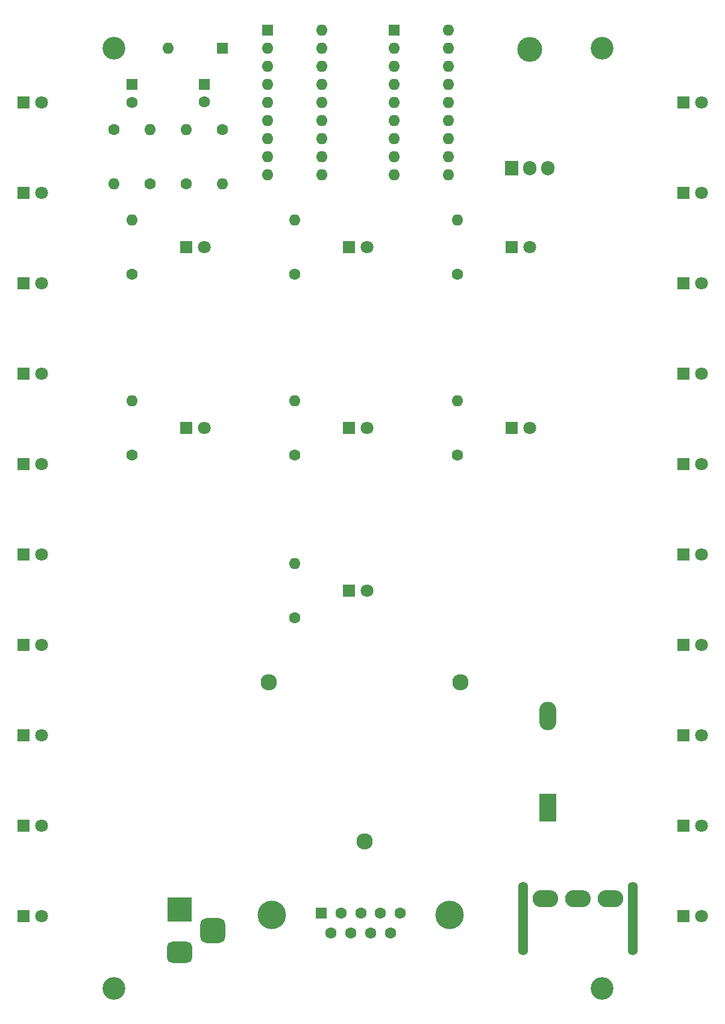
<source format=gbr>
%TF.GenerationSoftware,KiCad,Pcbnew,(6.0.1)*%
%TF.CreationDate,2022-11-23T19:00:34-08:00*%
%TF.ProjectId,AtariJoystickPaddleTester,41746172-694a-46f7-9973-7469636b5061,rev?*%
%TF.SameCoordinates,Original*%
%TF.FileFunction,Soldermask,Top*%
%TF.FilePolarity,Negative*%
%FSLAX46Y46*%
G04 Gerber Fmt 4.6, Leading zero omitted, Abs format (unit mm)*
G04 Created by KiCad (PCBNEW (6.0.1)) date 2022-11-23 19:00:34*
%MOMM*%
%LPD*%
G01*
G04 APERTURE LIST*
G04 Aperture macros list*
%AMRoundRect*
0 Rectangle with rounded corners*
0 $1 Rounding radius*
0 $2 $3 $4 $5 $6 $7 $8 $9 X,Y pos of 4 corners*
0 Add a 4 corners polygon primitive as box body*
4,1,4,$2,$3,$4,$5,$6,$7,$8,$9,$2,$3,0*
0 Add four circle primitives for the rounded corners*
1,1,$1+$1,$2,$3*
1,1,$1+$1,$4,$5*
1,1,$1+$1,$6,$7*
1,1,$1+$1,$8,$9*
0 Add four rect primitives between the rounded corners*
20,1,$1+$1,$2,$3,$4,$5,0*
20,1,$1+$1,$4,$5,$6,$7,0*
20,1,$1+$1,$6,$7,$8,$9,0*
20,1,$1+$1,$8,$9,$2,$3,0*%
G04 Aperture macros list end*
%ADD10R,1.600000X1.600000*%
%ADD11C,1.600000*%
%ADD12R,1.800000X1.800000*%
%ADD13C,1.800000*%
%ADD14O,1.600000X1.600000*%
%ADD15C,3.200000*%
%ADD16C,4.000000*%
%ADD17O,3.500000X3.500000*%
%ADD18R,1.905000X2.000000*%
%ADD19O,1.905000X2.000000*%
%ADD20O,1.400000X10.300000*%
%ADD21O,3.600000X2.400000*%
%ADD22R,3.500000X3.500000*%
%ADD23RoundRect,0.750000X1.000000X-0.750000X1.000000X0.750000X-1.000000X0.750000X-1.000000X-0.750000X0*%
%ADD24RoundRect,0.875000X0.875000X-0.875000X0.875000X0.875000X-0.875000X0.875000X-0.875000X-0.875000X0*%
%ADD25C,2.300000*%
%ADD26R,2.410000X4.020000*%
%ADD27O,2.410000X4.020000*%
G04 APERTURE END LIST*
D10*
%TO.C,C1*%
X81280000Y-53340000D03*
D11*
X81280000Y-55840000D03*
%TD*%
D12*
%TO.C,D6*%
X55880000Y-106680000D03*
D13*
X58420000Y-106680000D03*
%TD*%
D10*
%TO.C,D28*%
X83820000Y-48260000D03*
D14*
X76200000Y-48260000D03*
%TD*%
D15*
%TO.C,REF\u002A\u002A*%
X137160000Y-48260000D03*
%TD*%
D11*
%TO.C,R4*%
X93980000Y-105410000D03*
D14*
X93980000Y-97790000D03*
%TD*%
D15*
%TO.C,REF\u002A\u002A*%
X68580000Y-48260000D03*
%TD*%
D12*
%TO.C,D7*%
X55880000Y-119380000D03*
D13*
X58420000Y-119380000D03*
%TD*%
D12*
%TO.C,D9*%
X55880000Y-144780000D03*
D13*
X58420000Y-144780000D03*
%TD*%
D16*
%TO.C,J1*%
X90730000Y-170054669D03*
X115730000Y-170054669D03*
D10*
X97690000Y-169754669D03*
D11*
X100460000Y-169754669D03*
X103230000Y-169754669D03*
X106000000Y-169754669D03*
X108770000Y-169754669D03*
X99075000Y-172594669D03*
X101845000Y-172594669D03*
X104615000Y-172594669D03*
X107385000Y-172594669D03*
%TD*%
D12*
%TO.C,D3*%
X55880000Y-68580000D03*
D13*
X58420000Y-68580000D03*
%TD*%
D15*
%TO.C,REF\u002A\u002A*%
X137160000Y-180340000D03*
%TD*%
D12*
%TO.C,D16*%
X124460000Y-76200000D03*
D13*
X127000000Y-76200000D03*
%TD*%
D11*
%TO.C,R5*%
X93980000Y-128270000D03*
D14*
X93980000Y-120650000D03*
%TD*%
D12*
%TO.C,D11*%
X55880000Y-170180000D03*
D13*
X58420000Y-170180000D03*
%TD*%
D11*
%TO.C,R7*%
X116840000Y-105410000D03*
D14*
X116840000Y-97790000D03*
%TD*%
D12*
%TO.C,D10*%
X55880000Y-157480000D03*
D13*
X58420000Y-157480000D03*
%TD*%
D10*
%TO.C,U3*%
X107960000Y-45720000D03*
D14*
X107960000Y-48260000D03*
X107960000Y-50800000D03*
X107960000Y-53340000D03*
X107960000Y-55880000D03*
X107960000Y-58420000D03*
X107960000Y-60960000D03*
X107960000Y-63500000D03*
X107960000Y-66040000D03*
X115580000Y-66040000D03*
X115580000Y-63500000D03*
X115580000Y-60960000D03*
X115580000Y-58420000D03*
X115580000Y-55880000D03*
X115580000Y-53340000D03*
X115580000Y-50800000D03*
X115580000Y-48260000D03*
X115580000Y-45720000D03*
%TD*%
D12*
%TO.C,D23*%
X148590000Y-119380000D03*
D13*
X151130000Y-119380000D03*
%TD*%
D10*
%TO.C,C2*%
X71120000Y-53380000D03*
D11*
X71120000Y-55880000D03*
%TD*%
D12*
%TO.C,D13*%
X78740000Y-76200000D03*
D13*
X81280000Y-76200000D03*
%TD*%
D12*
%TO.C,D21*%
X148590000Y-93980000D03*
D13*
X151130000Y-93980000D03*
%TD*%
D12*
%TO.C,D17*%
X124460000Y-101600000D03*
D13*
X127000000Y-101600000D03*
%TD*%
D17*
%TO.C,U1*%
X127000000Y-48440000D03*
D18*
X124460000Y-65100000D03*
D19*
X127000000Y-65100000D03*
X129540000Y-65100000D03*
%TD*%
D12*
%TO.C,D4*%
X55880000Y-81280000D03*
D13*
X58420000Y-81280000D03*
%TD*%
D11*
%TO.C,R6*%
X116840000Y-80010000D03*
D14*
X116840000Y-72390000D03*
%TD*%
D12*
%TO.C,D26*%
X148590000Y-157480000D03*
D13*
X151130000Y-157480000D03*
%TD*%
D12*
%TO.C,D1*%
X101600000Y-76200000D03*
D13*
X104140000Y-76200000D03*
%TD*%
D11*
%TO.C,R11*%
X78740000Y-67310000D03*
D14*
X78740000Y-59690000D03*
%TD*%
D12*
%TO.C,D25*%
X148590000Y-144780000D03*
D13*
X151130000Y-144780000D03*
%TD*%
D12*
%TO.C,D20*%
X148590000Y-81280000D03*
D13*
X151130000Y-81280000D03*
%TD*%
D12*
%TO.C,D2*%
X55880000Y-55880000D03*
D13*
X58420000Y-55880000D03*
%TD*%
D12*
%TO.C,D27*%
X148590000Y-170180000D03*
D13*
X151130000Y-170180000D03*
%TD*%
D10*
%TO.C,U2*%
X90180000Y-45720000D03*
D14*
X90180000Y-48260000D03*
X90180000Y-50800000D03*
X90180000Y-53340000D03*
X90180000Y-55880000D03*
X90180000Y-58420000D03*
X90180000Y-60960000D03*
X90180000Y-63500000D03*
X90180000Y-66040000D03*
X97800000Y-66040000D03*
X97800000Y-63500000D03*
X97800000Y-60960000D03*
X97800000Y-58420000D03*
X97800000Y-55880000D03*
X97800000Y-53340000D03*
X97800000Y-50800000D03*
X97800000Y-48260000D03*
X97800000Y-45720000D03*
%TD*%
D12*
%TO.C,D15*%
X101600000Y-124460000D03*
D13*
X104140000Y-124460000D03*
%TD*%
D12*
%TO.C,D5*%
X55880000Y-93980000D03*
D13*
X58420000Y-93980000D03*
%TD*%
D12*
%TO.C,D19*%
X148590000Y-68580000D03*
D13*
X151130000Y-68580000D03*
%TD*%
D11*
%TO.C,R9*%
X73660000Y-67310000D03*
D14*
X73660000Y-59690000D03*
%TD*%
D11*
%TO.C,R1*%
X93980000Y-80010000D03*
D14*
X93980000Y-72390000D03*
%TD*%
D12*
%TO.C,D22*%
X148590000Y-106680000D03*
D13*
X151130000Y-106680000D03*
%TD*%
D11*
%TO.C,R3*%
X71120000Y-80010000D03*
D14*
X71120000Y-72390000D03*
%TD*%
D15*
%TO.C,REF\u002A\u002A*%
X68580000Y-180340000D03*
%TD*%
D12*
%TO.C,D18*%
X148590000Y-55880000D03*
D13*
X151130000Y-55880000D03*
%TD*%
D20*
%TO.C,SW1*%
X126054000Y-170584000D03*
X141454000Y-170584000D03*
D21*
X133754000Y-167729000D03*
X138354000Y-167729000D03*
X129154000Y-167729000D03*
%TD*%
D22*
%TO.C,J2*%
X77782500Y-169260000D03*
D23*
X77782500Y-175260000D03*
D24*
X82482500Y-172260000D03*
%TD*%
D11*
%TO.C,R10*%
X83820000Y-59690000D03*
D14*
X83820000Y-67310000D03*
%TD*%
D11*
%TO.C,R8*%
X68580000Y-59690000D03*
D14*
X68580000Y-67310000D03*
%TD*%
D12*
%TO.C,D24*%
X148590000Y-132080000D03*
D13*
X151130000Y-132080000D03*
%TD*%
D25*
%TO.C,BT1*%
X117250000Y-137320000D03*
X103760000Y-159670000D03*
X90280000Y-137320000D03*
D26*
X129540000Y-154940000D03*
D27*
X129540000Y-142060000D03*
%TD*%
D12*
%TO.C,D8*%
X55880000Y-132080000D03*
D13*
X58420000Y-132080000D03*
%TD*%
D12*
%TO.C,D14*%
X101600000Y-101600000D03*
D13*
X104140000Y-101600000D03*
%TD*%
D12*
%TO.C,D12*%
X78740000Y-101600000D03*
D13*
X81280000Y-101600000D03*
%TD*%
D11*
%TO.C,R2*%
X71120000Y-105410000D03*
D14*
X71120000Y-97790000D03*
%TD*%
M02*

</source>
